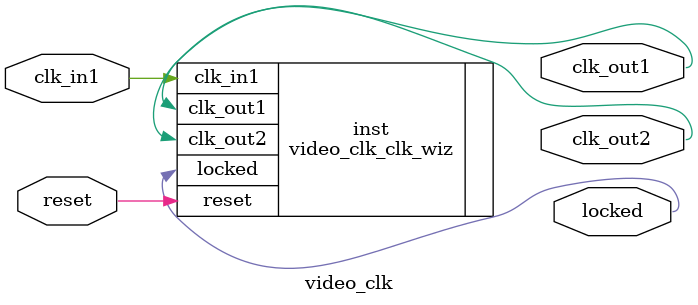
<source format=v>


`timescale 1ps/1ps

(* CORE_GENERATION_INFO = "video_clk,clk_wiz_v6_0_2_0_0,{component_name=video_clk,use_phase_alignment=true,use_min_o_jitter=false,use_max_i_jitter=false,use_dyn_phase_shift=false,use_inclk_switchover=false,use_dyn_reconfig=false,enable_axi=0,feedback_source=FDBK_AUTO,PRIMITIVE=MMCM,num_out_clk=2,clkin1_period=20.000,clkin2_period=10.0,use_power_down=false,use_reset=true,use_locked=true,use_inclk_stopped=false,feedback_type=SINGLE,CLOCK_MGR_TYPE=NA,manual_override=false}" *)

module video_clk 
 (
  // Clock out ports
  output        clk_out1,
  output        clk_out2,
  // Status and control signals
  input         reset,
  output        locked,
 // Clock in ports
  input         clk_in1
 );

  video_clk_clk_wiz inst
  (
  // Clock out ports  
  .clk_out1(clk_out1),
  .clk_out2(clk_out2),
  // Status and control signals               
  .reset(reset), 
  .locked(locked),
 // Clock in ports
  .clk_in1(clk_in1)
  );

endmodule

</source>
